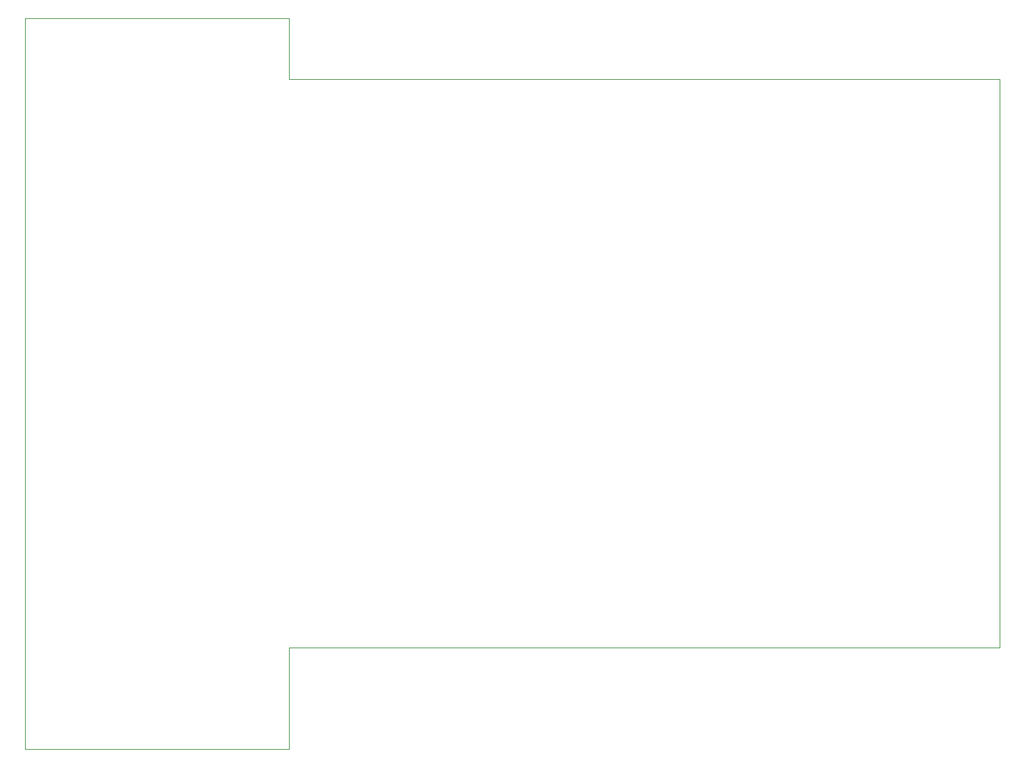
<source format=gbr>
%TF.GenerationSoftware,KiCad,Pcbnew,(6.0.1)*%
%TF.CreationDate,2022-03-23T10:27:18+02:00*%
%TF.ProjectId,main,6d61696e-2e6b-4696-9361-645f70636258,rev?*%
%TF.SameCoordinates,Original*%
%TF.FileFunction,Profile,NP*%
%FSLAX46Y46*%
G04 Gerber Fmt 4.6, Leading zero omitted, Abs format (unit mm)*
G04 Created by KiCad (PCBNEW (6.0.1)) date 2022-03-23 10:27:18*
%MOMM*%
%LPD*%
G01*
G04 APERTURE LIST*
%TA.AperFunction,Profile*%
%ADD10C,0.100000*%
%TD*%
G04 APERTURE END LIST*
D10*
X187960000Y-132080000D02*
X99060000Y-132080000D01*
X99060000Y-144780000D02*
X66040000Y-144780000D01*
X66040000Y-53340000D02*
X99060000Y-53340000D01*
X99060000Y-132080000D02*
X99060000Y-144780000D01*
X187960000Y-60960000D02*
X187960000Y-63500000D01*
X99060000Y-53340000D02*
X99060000Y-60960000D01*
X99060000Y-60960000D02*
X187960000Y-60960000D01*
X66040000Y-144780000D02*
X66040000Y-53340000D01*
X187960000Y-63500000D02*
X187960000Y-132080000D01*
M02*

</source>
